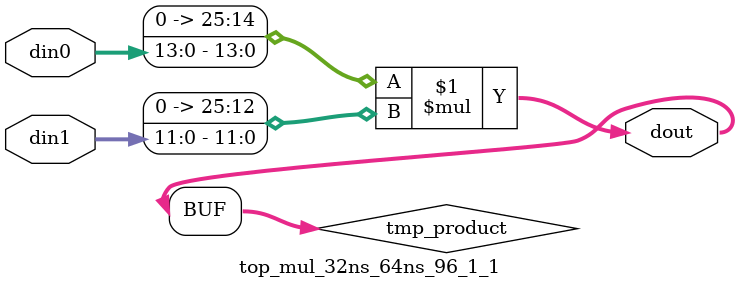
<source format=v>

`timescale 1 ns / 1 ps

  module top_mul_32ns_64ns_96_1_1(din0, din1, dout);
parameter ID = 1;
parameter NUM_STAGE = 0;
parameter din0_WIDTH = 14;
parameter din1_WIDTH = 12;
parameter dout_WIDTH = 26;

input [din0_WIDTH - 1 : 0] din0; 
input [din1_WIDTH - 1 : 0] din1; 
output [dout_WIDTH - 1 : 0] dout;

wire signed [dout_WIDTH - 1 : 0] tmp_product;










assign tmp_product = $signed({1'b0, din0}) * $signed({1'b0, din1});











assign dout = tmp_product;







endmodule

</source>
